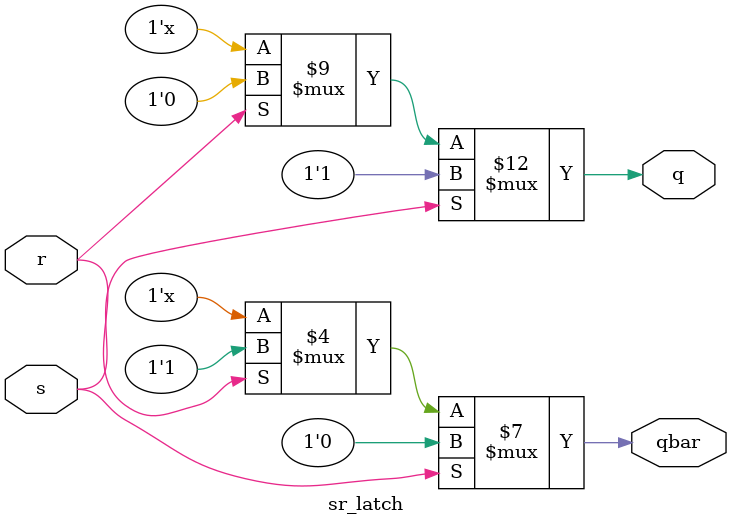
<source format=v>
`timescale 1ns / 1ps


module sr_latch(input s,input r,output reg q,output reg qbar);
always @(s,r) begin 
  if(s==1'b1)
     begin 
      q <=1'b1;
      qbar <=1'b0;
   end 
   else if (r==1'b1)
     begin
     q <=1'b0;
     qbar <=1'b1;
   end 
end
endmodule

</source>
